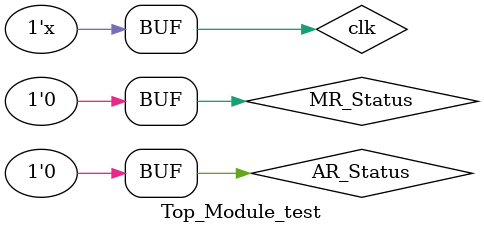
<source format=v>

`include "/home/eng/s/spp150130/spp150130/Tomasulo_Implementation/Definition_File.v"

module Top_Module_test;

	// Inputs
	reg AR_Status;
	reg MR_Status;
	reg clk;

	// Outputs
	wire [1:0] select_instruction;
	wire [7:0] IDU_out_inst1_type;
	wire [7:0] IDU_out_inst1_destination_reg1;
	wire [7:0] IDU_out_inst1_source_reg1;
	wire [7:0] IDU_out_inst1_source_reg2;
	wire [7:0] IDU_out_inst2_type;
	wire [7:0] IDU_out_inst2_destination_reg2;
	wire [7:0] IDU_out_inst2_source_reg3;
	wire [7:0] IDU_out_inst2_source_reg4;

	// Instantiate the Unit Under Test (UUT)
	Top_Module uut (
		.select_instruction(select_instruction),
		.IDU_out_inst1_type(IDU_out_inst1_type), 
		.IDU_out_inst1_destination_reg1(IDU_out_inst1_destination_reg1), 
		.IDU_out_inst1_source_reg1(IDU_out_inst1_source_reg1), 
		.IDU_out_inst1_source_reg2(IDU_out_inst1_source_reg2), 
		.IDU_out_inst2_type(IDU_out_inst2_type), 
		.IDU_out_inst2_destination_reg2(IDU_out_inst2_destination_reg2), 
		.IDU_out_inst2_source_reg3(IDU_out_inst2_source_reg3), 
		.IDU_out_inst2_source_reg4(IDU_out_inst2_source_reg4), 
		.AR_Status(AR_Status), 
		.MR_Status(MR_Status), 
		.clk(clk)
	);

	initial clk = 0;
	
	always #100 clk = ~clk;
	
	initial begin
		// Initialize Inputs
		AR_Status = 0;
		MR_Status = 0;

		// Wait 100 ns for global reset to finish
        
		// Add stimulus here

	end
      
endmodule


</source>
